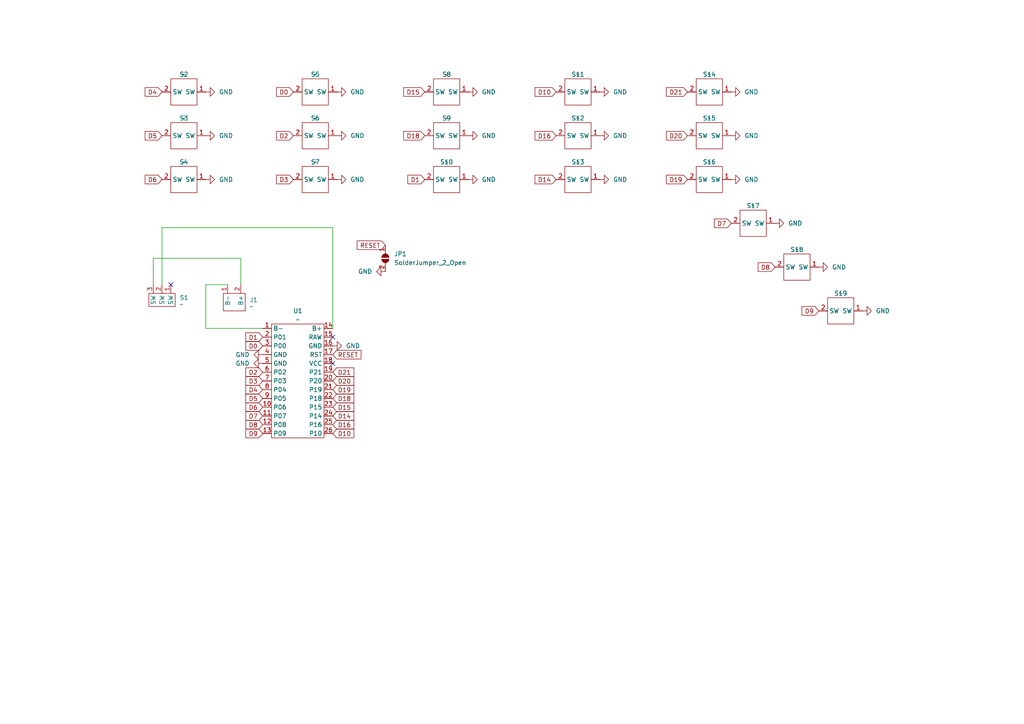
<source format=kicad_sch>
(kicad_sch (version 20231120) (generator "eeschema") (generator_version "8.0")
  (paper "A4")
  (lib_symbols
    (symbol "GND_8" (power) (pin_numbers hide) (pin_names (offset 0) hide)
      (property "Value" "GND" (at 0 -3.81 0))
      (symbol "GND_8_0_1"
        (polyline (pts (xy 0 0) (xy 0 -1.27) (xy 1.27 -1.27) (xy 0 -2.54) (xy -1.27 -1.27) (xy 0 -1.27)))
      )
      (symbol "GND_8_1_1"
        (pin power_in line (at 0 0 270) (length 0) (name "~") (number "1"))
      )
    )
    (symbol "Jumper:SolderJumper_2_Open" (pin_names (offset 0) hide)
      (property "Reference" "JP" (at 0 2.032 0))
      (property "Value" "SolderJumper_2_Open" (at 0 -2.54 0))
      (symbol "SolderJumper_2_Open_0_1"
        (arc (start -0.254 1.016) (mid -1.2656 0) (end -0.254 -1.016))
        (arc (start -0.254 1.016) (mid -1.2656 0) (end -0.254 -1.016) (fill (type outline)))
        (polyline (pts (xy -0.254 1.016) (xy -0.254 -1.016)))
        (polyline (pts (xy 0.254 1.016) (xy 0.254 -1.016)))
        (arc (start 0.254 -1.016) (mid 1.2656 0) (end 0.254 1.016))
        (arc (start 0.254 -1.016) (mid 1.2656 0) (end 0.254 1.016) (fill (type outline)))
      )
      (symbol "SolderJumper_2_Open_1_1"
        (pin passive line (at -3.81 0 0) (length 2.54) (name "A") (number "1"))
        (pin passive line (at 3.81 0 180) (length 2.54) (name "B") (number "2"))
      )
    )
    (symbol "marvin:bat-connector"
      (property "Reference" "J" (at 0 0 0))
      (symbol "bat-connector_0_1"
        (rectangle (start -2.54 7.62) (end 2.54 1.27))
      )
      (symbol "bat-connector_1_1"
        (pin bidirectional line (at 5.08 6.35 180) (length 2.54) (name "B-") (number "1"))
        (pin bidirectional line (at 5.08 2.54 180) (length 2.54) (name "B+") (number "2"))
      )
    )
    (symbol "marvin:nicenano"
      (property "Reference" "U" (at 0 -5.842 0))
      (symbol "nicenano_0_1"
        (rectangle (start -7.62 -3.81) (end 7.62 29.21))
      )
      (symbol "nicenano_1_1"
        (pin bidirectional line (at -10.16 27.94 0) (length 2.54) (name "B-") (number "1"))
        (pin bidirectional line (at -10.16 5.08 0) (length 2.54) (name "P06") (number "10"))
        (pin bidirectional line (at -10.16 2.54 0) (length 2.54) (name "P07") (number "11"))
        (pin bidirectional line (at -10.16 0 0) (length 2.54) (name "P08") (number "12"))
        (pin bidirectional line (at -10.16 -2.54 0) (length 2.54) (name "P09") (number "13"))
        (pin bidirectional line (at 10.16 27.94 180) (length 2.54) (name "B+") (number "14"))
        (pin bidirectional line (at 10.16 25.4 180) (length 2.54) (name "RAW") (number "15"))
        (pin bidirectional line (at 10.16 22.86 180) (length 2.54) (name "GND") (number "16"))
        (pin bidirectional line (at 10.16 20.32 180) (length 2.54) (name "RST") (number "17"))
        (pin bidirectional line (at 10.16 17.78 180) (length 2.54) (name "VCC") (number "18"))
        (pin bidirectional line (at 10.16 15.24 180) (length 2.54) (name "P21") (number "19"))
        (pin bidirectional line (at -10.16 25.4 0) (length 2.54) (name "P01") (number "2"))
        (pin bidirectional line (at 10.16 12.7 180) (length 2.54) (name "P20") (number "20"))
        (pin bidirectional line (at 10.16 10.16 180) (length 2.54) (name "P19") (number "21"))
        (pin bidirectional line (at 10.16 7.62 180) (length 2.54) (name "P18") (number "22"))
        (pin bidirectional line (at 10.16 5.08 180) (length 2.54) (name "P15") (number "23"))
        (pin bidirectional line (at 10.16 2.54 180) (length 2.54) (name "P14") (number "24"))
        (pin bidirectional line (at 10.16 0 180) (length 2.54) (name "P16") (number "25"))
        (pin bidirectional line (at 10.16 -2.54 180) (length 2.54) (name "P10") (number "26"))
        (pin bidirectional line (at -10.16 22.86 0) (length 2.54) (name "P00") (number "3"))
        (pin bidirectional line (at -10.16 20.32 0) (length 2.54) (name "GND") (number "4"))
        (pin bidirectional line (at -10.16 17.78 0) (length 2.54) (name "GND") (number "5"))
        (pin bidirectional line (at -10.16 15.24 0) (length 2.54) (name "P02") (number "6"))
        (pin bidirectional line (at -10.16 12.7 0) (length 2.54) (name "P03") (number "7"))
        (pin bidirectional line (at -10.16 10.16 0) (length 2.54) (name "P04") (number "8"))
        (pin bidirectional line (at -10.16 7.62 0) (length 2.54) (name "P05") (number "9"))
      )
    )
    (symbol "marvin:power-switch"
      (property "Reference" "S" (at 0 0 0))
      (symbol "power-switch_0_1"
        (rectangle (start -3.81 5.08) (end 3.81 1.27))
      )
      (symbol "power-switch_1_1"
        (pin passive line (at 2.54 7.62 270) (length 2.54) (name "SW") (number "1"))
        (pin passive line (at 0 7.62 270) (length 2.54) (name "SW") (number "2"))
        (pin passive line (at -2.54 7.62 270) (length 2.54) (name "SW") (number "3"))
      )
    )
    (symbol "marvin:switch-socket"
      (property "Reference" "S" (at 0 0 0))
      (symbol "switch-socket_0_1"
        (rectangle (start -3.81 8.89) (end 3.81 1.27))
      )
      (symbol "switch-socket_1_1"
        (pin passive line (at 6.35 5.08 180) (length 2.54) (name "SW") (number "1"))
        (pin passive line (at -6.35 5.08 0) (length 2.54) (name "SW") (number "2"))
      )
    )
    (symbol "power:GND" (power) (pin_numbers hide) (pin_names (offset 0) hide)
      (property "Value" "GND" (at 0 -3.81 0))
      (symbol "GND_0_1"
        (polyline (pts (xy 0 0) (xy 0 -1.27) (xy 1.27 -1.27) (xy 0 -2.54) (xy -1.27 -1.27) (xy 0 -1.27)))
      )
      (symbol "GND_1_1"
        (pin power_in line (at 0 0 270) (length 0) (name "~") (number "1"))
      )
    )
  )
  (no_connect (at 49.53 82.55))
  (no_connect (at 96.52 105.41))
  (no_connect (at 96.52 97.79))
  (wire (pts (xy 46.99 66.04) (xy 46.99 82.55)))
  (wire (pts (xy 59.69 95.25) (xy 76.2 95.25)))
  (wire (pts (xy 46.99 66.04) (xy 96.52 66.04)))
  (wire (pts (xy 69.85 82.55) (xy 69.85 74.93)))
  (wire (pts (xy 66.04 82.55) (xy 59.69 82.55)))
  (wire (pts (xy 59.69 82.55) (xy 59.69 95.25)))
  (wire (pts (xy 96.52 66.04) (xy 96.52 95.25)))
  (wire (pts (xy 44.45 74.93) (xy 44.45 82.55)))
  (wire (pts (xy 44.45 74.93) (xy 69.85 74.93)))
  (text "Marvin\n" (at 481.33 393.192 0) (effects (font (size 1.27 1.27))))
  (global_label "D20" (shape input) (at 96.52 110.49 0) (property "Intersheetrefs" "${INTERSHEET_REFS}" (effects (hide yes))))
  (global_label "D8" (shape input) (at 224.79 77.47 180) (property "Intersheetrefs" "${INTERSHEET_REFS}" (effects (hide yes))))
  (global_label "D20" (shape input) (at 199.39 39.37 180) (property "Intersheetrefs" "${INTERSHEET_REFS}" (effects (hide yes))))
  (global_label "D4" (shape input) (at 76.2 113.03 180) (property "Intersheetrefs" "${INTERSHEET_REFS}" (effects (hide yes))))
  (global_label "D8" (shape input) (at 76.2 123.19 180) (property "Intersheetrefs" "${INTERSHEET_REFS}" (effects (hide yes))))
  (global_label "D15" (shape input) (at 96.52 118.11 0) (property "Intersheetrefs" "${INTERSHEET_REFS}" (effects (hide yes))))
  (global_label "D10" (shape input) (at 96.52 125.73 0) (property "Intersheetrefs" "${INTERSHEET_REFS}" (effects (hide yes))))
  (global_label "D18" (shape input) (at 123.19 39.37 180) (property "Intersheetrefs" "${INTERSHEET_REFS}" (effects (hide yes))))
  (global_label "D21" (shape input) (at 199.39 26.67 180) (property "Intersheetrefs" "${INTERSHEET_REFS}" (effects (hide yes))))
  (global_label "D6" (shape input) (at 76.2 118.11 180) (property "Intersheetrefs" "${INTERSHEET_REFS}" (effects (hide yes))))
  (global_label "D19" (shape input) (at 96.52 113.03 0) (property "Intersheetrefs" "${INTERSHEET_REFS}" (effects (hide yes))))
  (global_label "D4" (shape input) (at 46.99 26.67 180) (property "Intersheetrefs" "${INTERSHEET_REFS}" (effects (hide yes))))
  (global_label "D16" (shape input) (at 96.52 123.19 0) (property "Intersheetrefs" "${INTERSHEET_REFS}" (effects (hide yes))))
  (global_label "D3" (shape input) (at 76.2 110.49 180) (property "Intersheetrefs" "${INTERSHEET_REFS}" (effects (hide yes))))
  (global_label "D7" (shape input) (at 76.2 120.65 180) (property "Intersheetrefs" "${INTERSHEET_REFS}" (effects (hide yes))))
  (global_label "D5" (shape input) (at 76.2 115.57 180) (property "Intersheetrefs" "${INTERSHEET_REFS}" (effects (hide yes))))
  (global_label "D2" (shape input) (at 85.09 39.37 180) (property "Intersheetrefs" "${INTERSHEET_REFS}" (effects (hide yes))))
  (global_label "D0" (shape input) (at 85.09 26.67 180) (property "Intersheetrefs" "${INTERSHEET_REFS}" (effects (hide yes))))
  (global_label "D10" (shape input) (at 161.29 26.67 180) (property "Intersheetrefs" "${INTERSHEET_REFS}" (effects (hide yes))))
  (global_label "D14" (shape input) (at 96.52 120.65 0) (property "Intersheetrefs" "${INTERSHEET_REFS}" (effects (hide yes))))
  (global_label "D18" (shape input) (at 96.52 115.57 0) (property "Intersheetrefs" "${INTERSHEET_REFS}" (effects (hide yes))))
  (global_label "D0" (shape input) (at 76.2 100.33 180) (property "Intersheetrefs" "${INTERSHEET_REFS}" (effects (hide yes))))
  (global_label "D1" (shape input) (at 123.19 52.07 180) (property "Intersheetrefs" "${INTERSHEET_REFS}" (effects (hide yes))))
  (global_label "D2" (shape input) (at 76.2 107.95 180) (property "Intersheetrefs" "${INTERSHEET_REFS}" (effects (hide yes))))
  (global_label "D9" (shape input) (at 237.49 90.17 180) (property "Intersheetrefs" "${INTERSHEET_REFS}" (effects (hide yes))))
  (global_label "D9" (shape input) (at 76.2 125.73 180) (property "Intersheetrefs" "${INTERSHEET_REFS}" (effects (hide yes))))
  (global_label "D14" (shape input) (at 161.29 52.07 180) (property "Intersheetrefs" "${INTERSHEET_REFS}" (effects (hide yes))))
  (global_label "D15" (shape input) (at 123.19 26.67 180) (property "Intersheetrefs" "${INTERSHEET_REFS}" (effects (hide yes))))
  (global_label "D5" (shape input) (at 46.99 39.37 180) (property "Intersheetrefs" "${INTERSHEET_REFS}" (effects (hide yes))))
  (global_label "D21" (shape input) (at 96.52 107.95 0) (property "Intersheetrefs" "${INTERSHEET_REFS}" (effects (hide yes))))
  (global_label "D19" (shape input) (at 199.39 52.07 180) (property "Intersheetrefs" "${INTERSHEET_REFS}" (effects (hide yes))))
  (global_label "D6" (shape input) (at 46.99 52.07 180) (property "Intersheetrefs" "${INTERSHEET_REFS}" (effects (hide yes))))
  (global_label "D7" (shape input) (at 212.09 64.77 180) (property "Intersheetrefs" "${INTERSHEET_REFS}" (effects (hide yes))))
  (global_label "D1" (shape input) (at 76.2 97.79 180) (property "Intersheetrefs" "${INTERSHEET_REFS}" (effects (hide yes))))
  (global_label "D16" (shape input) (at 161.29 39.37 180) (property "Intersheetrefs" "${INTERSHEET_REFS}" (effects (hide yes))))
  (global_label "D3" (shape input) (at 85.09 52.07 180) (property "Intersheetrefs" "${INTERSHEET_REFS}" (effects (hide yes))))
  (global_label "RESET" (shape input) (at 111.76 71.12 180) (property "Intersheetrefs" "${INTERSHEET_REFS}" (effects (hide yes))))
  (global_label "RESET" (shape input) (at 96.52 102.87 0) (property "Intersheetrefs" "${INTERSHEET_REFS}" (effects (hide yes))))
  (symbol (lib_id "power:GND") (at 173.99 26.67 90) (unit 1)
    (property "Reference" "#PWR019" (effects (hide yes)))
    (property "Value" "GND" (at 177.8 26.6699 90) (effects (justify right)))
    (property "Description" "Power symbol creates a global label with name \"GND\" , ground" (effects (hide yes)))
  )
  (symbol (lib_id "power:GND") (at 59.69 39.37 90) (unit 1)
    (property "Reference" "#PWR04" (effects (hide yes)))
    (property "Value" "GND" (at 63.5 39.3699 90) (effects (justify right)))
    (property "Description" "Power symbol creates a global label with name \"GND\" , ground" (effects (hide yes)))
  )
  (symbol (lib_id "power:GND") (at 76.2 105.41 270) (unit 1)
    (property "Reference" "#PWR08" (effects (hide yes)))
    (property "Value" "GND" (at 72.39 105.4099 90) (effects (justify right)))
    (property "Description" "Power symbol creates a global label with name \"GND\" , ground" (effects (hide yes)))
  )
  (symbol (lib_id "marvin:switch-socket") (at 53.34 31.75 0) (unit 1)
    (property "Reference" "S2" (at 53.34 21.59 0))
    (property "Value" "~" (at 53.34 21.59 0))
    (property "Footprint" "goos:switch-socket-kailh" (effects (hide yes)))
  )
  (symbol (lib_id "power:GND") (at 135.89 26.67 90) (unit 1)
    (property "Reference" "#PWR016" (effects (hide yes)))
    (property "Value" "GND" (at 139.7 26.6699 90) (effects (justify right)))
    (property "Description" "Power symbol creates a global label with name \"GND\" , ground" (effects (hide yes)))
  )
  (symbol (lib_id "power:GND") (at 212.09 52.07 90) (unit 1)
    (property "Reference" "#PWR024" (effects (hide yes)))
    (property "Value" "GND" (at 215.9 52.0699 90) (effects (justify right)))
    (property "Description" "Power symbol creates a global label with name \"GND\" , ground" (effects (hide yes)))
  )
  (symbol (lib_id "marvin:switch-socket") (at 243.84 95.25 0) (unit 1)
    (property "Reference" "S19" (at 243.84 85.09 0))
    (property "Value" "~" (at 243.84 85.09 0))
    (property "Footprint" "goos:switch-socket-kailh" (effects (hide yes)))
  )
  (symbol (lib_id "power:GND") (at 59.69 52.07 90) (unit 1)
    (property "Reference" "#PWR05" (effects (hide yes)))
    (property "Value" "GND" (at 63.5 52.0699 90) (effects (justify right)))
    (property "Description" "Power symbol creates a global label with name \"GND\" , ground" (effects (hide yes)))
  )
  (symbol (lib_id "marvin:switch-socket") (at 218.44 69.85 0) (unit 1)
    (property "Reference" "S17" (at 218.44 59.69 0))
    (property "Value" "~" (at 218.44 59.69 0))
    (property "Footprint" "goos:switch-socket-kailh" (effects (hide yes)))
  )
  (symbol (lib_name "GND_8") (lib_id "power:GND") (at 111.76 78.74 270) (unit 1)
    (property "Reference" "#PWR014" (effects (hide yes)))
    (property "Value" "GND" (at 107.95 78.7399 90) (effects (justify right)))
    (property "Description" "Power symbol creates a global label with name \"GND\" , ground" (effects (hide yes)))
  )
  (symbol (lib_id "power:GND") (at 237.49 77.47 90) (unit 1)
    (property "Reference" "#PWR026" (effects (hide yes)))
    (property "Value" "GND" (at 241.3 77.4699 90) (effects (justify right)))
    (property "Description" "Power symbol creates a global label with name \"GND\" , ground" (effects (hide yes)))
  )
  (symbol (lib_id "marvin:switch-socket") (at 205.74 31.75 0) (unit 1)
    (property "Reference" "S14" (at 205.74 21.59 0))
    (property "Value" "~" (at 205.74 21.59 0))
    (property "Footprint" "goos:switch-socket-kailh" (effects (hide yes)))
  )
  (symbol (lib_id "marvin:bat-connector") (at 72.39 87.63 90) (unit 1)
    (property "Reference" "J1" (at 72.39 86.9949 90) (effects (justify right)))
    (property "Value" "~" (at 72.39 88.9 90) (effects (justify right)))
    (property "Footprint" "goos:bat-connector" (effects (hide yes)))
  )
  (symbol (lib_id "marvin:switch-socket") (at 91.44 31.75 0) (unit 1)
    (property "Reference" "S5" (at 91.44 21.59 0))
    (property "Value" "~" (at 91.44 21.59 0))
    (property "Footprint" "goos:switch-socket-kailh" (effects (hide yes)))
  )
  (symbol (lib_id "marvin:switch-socket") (at 205.74 44.45 0) (unit 1)
    (property "Reference" "S15" (at 205.74 34.29 0))
    (property "Value" "~" (at 205.74 34.29 0))
    (property "Footprint" "goos:switch-socket-kailh" (effects (hide yes)))
  )
  (symbol (lib_id "marvin:switch-socket") (at 167.64 57.15 0) (unit 1)
    (property "Reference" "S13" (at 167.64 46.99 0))
    (property "Value" "~" (at 167.64 46.99 0))
    (property "Footprint" "goos:switch-socket-kailh" (effects (hide yes)))
  )
  (symbol (lib_id "power:GND") (at 173.99 39.37 90) (unit 1)
    (property "Reference" "#PWR020" (effects (hide yes)))
    (property "Value" "GND" (at 177.8 39.3699 90) (effects (justify right)))
    (property "Description" "Power symbol creates a global label with name \"GND\" , ground" (effects (hide yes)))
  )
  (symbol (lib_id "power:GND") (at 59.69 26.67 90) (unit 1)
    (property "Reference" "#PWR03" (effects (hide yes)))
    (property "Value" "GND" (at 63.5 26.6699 90) (effects (justify right)))
    (property "Description" "Power symbol creates a global label with name \"GND\" , ground" (effects (hide yes)))
  )
  (symbol (lib_id "power:GND") (at 173.99 52.07 90) (unit 1)
    (property "Reference" "#PWR021" (effects (hide yes)))
    (property "Value" "GND" (at 177.8 52.0699 90) (effects (justify right)))
    (property "Description" "Power symbol creates a global label with name \"GND\" , ground" (effects (hide yes)))
  )
  (symbol (lib_id "Jumper:SolderJumper_2_Open") (at 111.76 74.93 270) (unit 1)
    (property "Reference" "JP1" (at 114.3 73.6599 90) (effects (justify left)))
    (property "Value" "SolderJumper_2_Open" (at 114.3 76.1999 90) (effects (justify left)))
    (property "Footprint" "Jumper:SolderJumper-2_P1.3mm_Open_TrianglePad1.0x1.5mm" (effects (hide yes)))
    (property "Description" "Solder Jumper, 2-pole, open" (effects (hide yes)))
  )
  (symbol (lib_id "marvin:switch-socket") (at 53.34 57.15 0) (unit 1)
    (property "Reference" "S4" (at 53.34 46.99 0))
    (property "Value" "~" (at 53.34 46.99 0))
    (property "Footprint" "goos:switch-socket-kailh" (effects (hide yes)))
  )
  (symbol (lib_id "marvin:switch-socket") (at 231.14 82.55 0) (unit 1)
    (property "Reference" "S18" (at 231.14 72.39 0))
    (property "Value" "~" (at 231.14 72.39 0))
    (property "Footprint" "goos:switch-socket-kailh" (effects (hide yes)))
  )
  (symbol (lib_id "marvin:switch-socket") (at 205.74 57.15 0) (unit 1)
    (property "Reference" "S16" (at 205.74 46.99 0))
    (property "Value" "~" (at 205.74 46.99 0))
    (property "Footprint" "goos:switch-socket-kailh" (effects (hide yes)))
  )
  (symbol (lib_id "marvin:switch-socket") (at 167.64 31.75 0) (unit 1)
    (property "Reference" "S11" (at 167.64 21.59 0))
    (property "Value" "~" (at 167.64 21.59 0))
    (property "Footprint" "goos:switch-socket-kailh" (effects (hide yes)))
  )
  (symbol (lib_id "marvin:switch-socket") (at 129.54 57.15 0) (unit 1)
    (property "Reference" "S10" (at 129.54 46.99 0))
    (property "Value" "~" (at 129.54 46.99 0))
    (property "Footprint" "goos:switch-socket-kailh" (effects (hide yes)))
  )
  (symbol (lib_id "marvin:switch-socket") (at 129.54 31.75 0) (unit 1)
    (property "Reference" "S8" (at 129.54 21.59 0))
    (property "Value" "~" (at 129.54 21.59 0))
    (property "Footprint" "goos:switch-socket-kailh" (effects (hide yes)))
  )
  (symbol (lib_id "power:GND") (at 224.79 64.77 90) (unit 1)
    (property "Reference" "#PWR025" (effects (hide yes)))
    (property "Value" "GND" (at 228.6 64.7699 90) (effects (justify right)))
    (property "Description" "Power symbol creates a global label with name \"GND\" , ground" (effects (hide yes)))
  )
  (symbol (lib_id "marvin:switch-socket") (at 129.54 44.45 0) (unit 1)
    (property "Reference" "S9" (at 129.54 34.29 0))
    (property "Value" "~" (at 129.54 34.29 0))
    (property "Footprint" "goos:switch-socket-kailh" (effects (hide yes)))
  )
  (symbol (lib_id "power:GND") (at 250.19 90.17 90) (unit 1)
    (property "Reference" "#PWR027" (effects (hide yes)))
    (property "Value" "GND" (at 254 90.1699 90) (effects (justify right)))
    (property "Description" "Power symbol creates a global label with name \"GND\" , ground" (effects (hide yes)))
  )
  (symbol (lib_id "marvin:nicenano") (at 86.36 123.19 0) (unit 1)
    (property "Reference" "U1" (at 86.36 90.17 0))
    (property "Value" "~" (at 86.36 92.71 0))
    (property "Footprint" "goos:ProMicro" (effects (hide yes)))
  )
  (symbol (lib_id "marvin:switch-socket") (at 53.34 44.45 0) (unit 1)
    (property "Reference" "S3" (at 53.34 34.29 0))
    (property "Value" "~" (at 53.34 34.29 0))
    (property "Footprint" "goos:switch-socket-kailh" (effects (hide yes)))
  )
  (symbol (lib_id "marvin:switch-socket") (at 167.64 44.45 0) (unit 1)
    (property "Reference" "S12" (at 167.64 34.29 0))
    (property "Value" "~" (at 167.64 34.29 0))
    (property "Footprint" "goos:switch-socket-kailh" (effects (hide yes)))
  )
  (symbol (lib_id "marvin:power-switch") (at 46.99 90.17 0) (unit 1)
    (property "Reference" "S1" (at 52.07 86.3599 0) (effects (justify left)))
    (property "Value" "~" (at 52.07 88.265 0) (effects (justify left)))
    (property "Footprint" "goos:power-switch" (effects (hide yes)))
  )
  (symbol (lib_id "power:GND") (at 97.79 52.07 90) (unit 1)
    (property "Reference" "#PWR013" (effects (hide yes)))
    (property "Value" "GND" (at 101.6 52.0699 90) (effects (justify right)))
    (property "Description" "Power symbol creates a global label with name \"GND\" , ground" (effects (hide yes)))
  )
  (symbol (lib_id "power:GND") (at 97.79 39.37 90) (unit 1)
    (property "Reference" "#PWR012" (effects (hide yes)))
    (property "Value" "GND" (at 101.6 39.3699 90) (effects (justify right)))
    (property "Description" "Power symbol creates a global label with name \"GND\" , ground" (effects (hide yes)))
  )
  (symbol (lib_id "marvin:switch-socket") (at 91.44 44.45 0) (unit 1)
    (property "Reference" "S6" (at 91.44 34.29 0))
    (property "Value" "~" (at 91.44 34.29 0))
    (property "Footprint" "goos:switch-socket-kailh" (effects (hide yes)))
  )
  (symbol (lib_id "power:GND") (at 135.89 39.37 90) (unit 1)
    (property "Reference" "#PWR017" (effects (hide yes)))
    (property "Value" "GND" (at 139.7 39.3699 90) (effects (justify right)))
    (property "Description" "Power symbol creates a global label with name \"GND\" , ground" (effects (hide yes)))
  )
  (symbol (lib_id "marvin:switch-socket") (at 91.44 57.15 0) (unit 1)
    (property "Reference" "S7" (at 91.44 46.99 0))
    (property "Value" "~" (at 91.44 46.99 0))
    (property "Footprint" "goos:switch-socket-kailh" (effects (hide yes)))
  )
  (symbol (lib_id "power:GND") (at 97.79 26.67 90) (unit 1)
    (property "Reference" "#PWR011" (effects (hide yes)))
    (property "Value" "GND" (at 101.6 26.6699 90) (effects (justify right)))
    (property "Description" "Power symbol creates a global label with name \"GND\" , ground" (effects (hide yes)))
  )
  (symbol (lib_id "power:GND") (at 135.89 52.07 90) (unit 1)
    (property "Reference" "#PWR018" (effects (hide yes)))
    (property "Value" "GND" (at 139.7 52.0699 90) (effects (justify right)))
    (property "Description" "Power symbol creates a global label with name \"GND\" , ground" (effects (hide yes)))
  )
  (symbol (lib_id "power:GND") (at 96.52 100.33 90) (unit 1)
    (property "Reference" "#PWR09" (effects (hide yes)))
    (property "Value" "GND" (at 100.33 100.3299 90) (effects (justify right)))
    (property "Description" "Power symbol creates a global label with name \"GND\" , ground" (effects (hide yes)))
  )
  (symbol (lib_id "power:GND") (at 76.2 102.87 270) (unit 1)
    (property "Reference" "#PWR07" (effects (hide yes)))
    (property "Value" "GND" (at 72.39 102.8699 90) (effects (justify right)))
    (property "Description" "Power symbol creates a global label with name \"GND\" , ground" (effects (hide yes)))
  )
  (symbol (lib_id "power:GND") (at 212.09 39.37 90) (unit 1)
    (property "Reference" "#PWR023" (effects (hide yes)))
    (property "Value" "GND" (at 215.9 39.3699 90) (effects (justify right)))
    (property "Description" "Power symbol creates a global label with name \"GND\" , ground" (effects (hide yes)))
  )
  (symbol (lib_id "power:GND") (at 212.09 26.67 90) (unit 1)
    (property "Reference" "#PWR022" (effects (hide yes)))
    (property "Value" "GND" (at 215.9 26.6699 90) (effects (justify right)))
    (property "Description" "Power symbol creates a global label with name \"GND\" , ground" (effects (hide yes)))
  )
)
</source>
